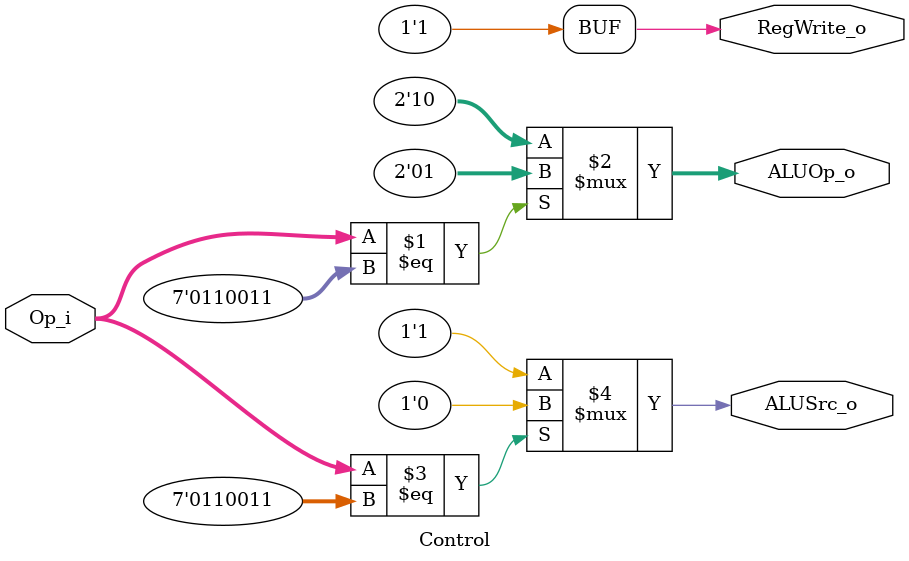
<source format=v>
module Control
(
	Op_i,
	ALUOp_o,
	ALUSrc_o,
	RegWrite_o
);

input  [6 : 0] Op_i;
output [1 : 0] ALUOp_o;
output         ALUSrc_o;
output         RegWrite_o;

assign ALUOp_o = (Op_i == 7'b0110011)? 2'b01 : 2'b10;
assign ALUSrc_o = (Op_i == 7'b0110011)? 1'b0 : 1'b1;
assign RegWrite_o = 1'b1;

endmodule
</source>
